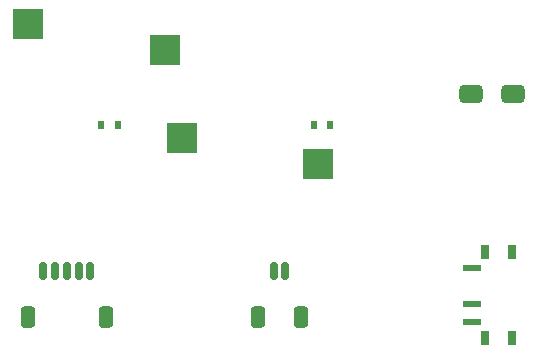
<source format=gbr>
%TF.GenerationSoftware,KiCad,Pcbnew,(7.0.0-0)*%
%TF.CreationDate,2023-02-20T17:02:08+08:00*%
%TF.ProjectId,test,74657374-2e6b-4696-9361-645f70636258,v1.0.0*%
%TF.SameCoordinates,Original*%
%TF.FileFunction,Paste,Bot*%
%TF.FilePolarity,Positive*%
%FSLAX46Y46*%
G04 Gerber Fmt 4.6, Leading zero omitted, Abs format (unit mm)*
G04 Created by KiCad (PCBNEW (7.0.0-0)) date 2023-02-20 17:02:08*
%MOMM*%
%LPD*%
G01*
G04 APERTURE LIST*
G04 Aperture macros list*
%AMRoundRect*
0 Rectangle with rounded corners*
0 $1 Rounding radius*
0 $2 $3 $4 $5 $6 $7 $8 $9 X,Y pos of 4 corners*
0 Add a 4 corners polygon primitive as box body*
4,1,4,$2,$3,$4,$5,$6,$7,$8,$9,$2,$3,0*
0 Add four circle primitives for the rounded corners*
1,1,$1+$1,$2,$3*
1,1,$1+$1,$4,$5*
1,1,$1+$1,$6,$7*
1,1,$1+$1,$8,$9*
0 Add four rect primitives between the rounded corners*
20,1,$1+$1,$2,$3,$4,$5,0*
20,1,$1+$1,$4,$5,$6,$7,0*
20,1,$1+$1,$6,$7,$8,$9,0*
20,1,$1+$1,$8,$9,$2,$3,0*%
G04 Aperture macros list end*
%ADD10R,2.600000X2.600000*%
%ADD11R,0.600000X0.700000*%
%ADD12RoundRect,0.150000X0.150000X0.625000X-0.150000X0.625000X-0.150000X-0.625000X0.150000X-0.625000X0*%
%ADD13RoundRect,0.250000X0.350000X0.650000X-0.350000X0.650000X-0.350000X-0.650000X0.350000X-0.650000X0*%
%ADD14R,1.524000X0.600000*%
%ADD15R,0.700000X1.200000*%
%ADD16RoundRect,0.381000X-0.619000X-0.381000X0.619000X-0.381000X0.619000X0.381000X-0.619000X0.381000X0*%
%ADD17RoundRect,0.378000X-0.622000X-0.378000X0.622000X-0.378000X0.622000X0.378000X-0.622000X0.378000X0*%
G04 APERTURE END LIST*
D10*
%TO.C,S1*%
X-3274999Y22949999D03*
X8274999Y20749999D03*
%TD*%
D11*
%TO.C,D1*%
X4299999Y14399999D03*
X2899999Y14399999D03*
%TD*%
D10*
%TO.C,S2*%
X21274999Y11049999D03*
X9724999Y13249999D03*
%TD*%
D11*
%TO.C,D2*%
X20899999Y14399999D03*
X22299999Y14399999D03*
%TD*%
D12*
%TO.C,JC1*%
X-2000000Y2000000D03*
X-1000000Y2000000D03*
X0Y2000000D03*
X1000000Y2000000D03*
X2000000Y2000000D03*
D13*
X3300000Y-1875000D03*
X-3300000Y-1875000D03*
%TD*%
D12*
%TO.C,JB1*%
X17500000Y2000000D03*
X18500000Y2000000D03*
D13*
X16200000Y-1875000D03*
X19800000Y-1875000D03*
%TD*%
D14*
%TO.C,SS1*%
X34299999Y2249999D03*
X34299999Y-749999D03*
X34299999Y-2249999D03*
D15*
X35399999Y-3599999D03*
X37699999Y-3599999D03*
X35399999Y3599999D03*
X37699999Y3599999D03*
%TD*%
D16*
%TO.C,SB1*%
X34250000Y17000000D03*
D17*
X37750000Y17000000D03*
%TD*%
M02*

</source>
